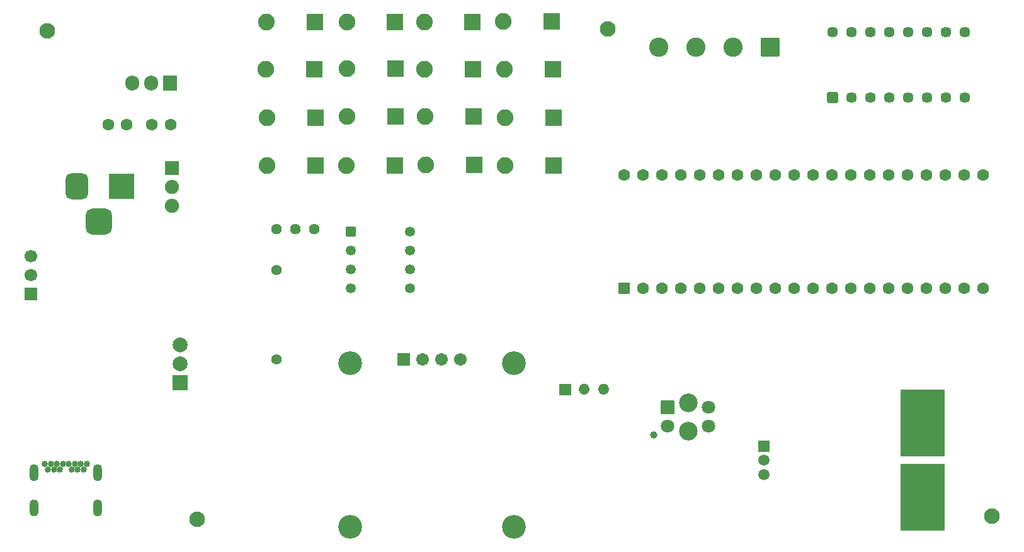
<source format=gbr>
%TF.GenerationSoftware,KiCad,Pcbnew,9.0.4*%
%TF.CreationDate,2026-01-15T21:37:35+03:30*%
%TF.ProjectId,Motor_Health_Monitoring_PCB,4d6f746f-725f-4486-9561-6c74685f4d6f,rev?*%
%TF.SameCoordinates,Original*%
%TF.FileFunction,Soldermask,Bot*%
%TF.FilePolarity,Negative*%
%FSLAX46Y46*%
G04 Gerber Fmt 4.6, Leading zero omitted, Abs format (unit mm)*
G04 Created by KiCad (PCBNEW 9.0.4) date 2026-01-15 21:37:35*
%MOMM*%
%LPD*%
G01*
G04 APERTURE LIST*
G04 Aperture macros list*
%AMRoundRect*
0 Rectangle with rounded corners*
0 $1 Rounding radius*
0 $2 $3 $4 $5 $6 $7 $8 $9 X,Y pos of 4 corners*
0 Add a 4 corners polygon primitive as box body*
4,1,4,$2,$3,$4,$5,$6,$7,$8,$9,$2,$3,0*
0 Add four circle primitives for the rounded corners*
1,1,$1+$1,$2,$3*
1,1,$1+$1,$4,$5*
1,1,$1+$1,$6,$7*
1,1,$1+$1,$8,$9*
0 Add four rect primitives between the rounded corners*
20,1,$1+$1,$2,$3,$4,$5,0*
20,1,$1+$1,$4,$5,$6,$7,0*
20,1,$1+$1,$6,$7,$8,$9,0*
20,1,$1+$1,$8,$9,$2,$3,0*%
G04 Aperture macros list end*
%ADD10C,0.750000*%
%ADD11C,0.010000*%
%ADD12R,2.250000X2.250000*%
%ADD13C,2.250000*%
%ADD14C,2.100000*%
%ADD15C,1.600000*%
%ADD16RoundRect,0.102000X-0.754000X-0.754000X0.754000X-0.754000X0.754000X0.754000X-0.754000X0.754000X0*%
%ADD17C,1.712000*%
%ADD18C,3.204000*%
%ADD19C,1.000000*%
%ADD20C,2.500000*%
%ADD21RoundRect,0.102000X-0.800000X-0.800000X0.800000X-0.800000X0.800000X0.800000X-0.800000X0.800000X0*%
%ADD22C,1.804000*%
%ADD23C,1.412000*%
%ADD24R,1.905000X2.000000*%
%ADD25O,1.905000X2.000000*%
%ADD26R,3.500000X3.500000*%
%ADD27RoundRect,0.750000X-0.750000X-1.000000X0.750000X-1.000000X0.750000X1.000000X-0.750000X1.000000X0*%
%ADD28RoundRect,0.875000X-0.875000X-0.875000X0.875000X-0.875000X0.875000X0.875000X-0.875000X0.875000X0*%
%ADD29RoundRect,0.102000X0.625000X-0.625000X0.625000X0.625000X-0.625000X0.625000X-0.625000X-0.625000X0*%
%ADD30C,1.454000*%
%ADD31C,1.440000*%
%ADD32R,1.700000X1.700000*%
%ADD33C,1.700000*%
%ADD34R,2.000000X2.000000*%
%ADD35C,2.000000*%
%ADD36C,0.854000*%
%ADD37O,1.254000X2.304000*%
%ADD38RoundRect,0.102000X-0.570000X-0.570000X0.570000X-0.570000X0.570000X0.570000X-0.570000X0.570000X0*%
%ADD39C,1.344000*%
%ADD40R,1.500000X1.500000*%
%ADD41C,1.500000*%
%ADD42C,0.500000*%
%ADD43R,6.000000X9.000000*%
%ADD44RoundRect,0.250000X1.050000X1.050000X-1.050000X1.050000X-1.050000X-1.050000X1.050000X-1.050000X0*%
%ADD45C,2.600000*%
%ADD46RoundRect,0.250000X0.550000X-0.550000X0.550000X0.550000X-0.550000X0.550000X-0.550000X-0.550000X0*%
%ADD47R,1.900000X1.900000*%
%ADD48C,1.900000*%
G04 APERTURE END LIST*
D10*
%TO.C,U9*%
X147735000Y-110650000D02*
G75*
G02*
X146985000Y-110650000I-375000J0D01*
G01*
X146985000Y-110650000D02*
G75*
G02*
X147735000Y-110650000I375000J0D01*
G01*
X150335000Y-110650000D02*
G75*
G02*
X149585000Y-110650000I-375000J0D01*
G01*
X149585000Y-110650000D02*
G75*
G02*
X150335000Y-110650000I375000J0D01*
G01*
D11*
X145510000Y-111400000D02*
X144010000Y-111400000D01*
X144010000Y-109900000D01*
X145510000Y-109900000D01*
X145510000Y-111400000D01*
G36*
X145510000Y-111400000D02*
G01*
X144010000Y-111400000D01*
X144010000Y-109900000D01*
X145510000Y-109900000D01*
X145510000Y-111400000D01*
G37*
%TD*%
D12*
%TO.C,SW3*%
X143127500Y-67629000D03*
D13*
X136627500Y-67629000D03*
%TD*%
D14*
%TO.C,REF\u002A\u002A*%
X95360000Y-128120000D03*
%TD*%
D15*
%TO.C,C8*%
X91733500Y-75063500D03*
X89233500Y-75063500D03*
%TD*%
D12*
%TO.C,SW15*%
X111071500Y-67629000D03*
D13*
X104571500Y-67629000D03*
%TD*%
D12*
%TO.C,SW9*%
X121866500Y-80583000D03*
D13*
X115366500Y-80583000D03*
%TD*%
D16*
%TO.C,U7*%
X123113500Y-106675000D03*
D17*
X125653500Y-106675000D03*
X128193500Y-106675000D03*
X130733500Y-106675000D03*
D18*
X115923500Y-107175000D03*
X137923500Y-107175000D03*
X137923500Y-129175000D03*
X115923500Y-129175000D03*
%TD*%
D15*
%TO.C,C10*%
X85851500Y-75063500D03*
X83351500Y-75063500D03*
%TD*%
D19*
%TO.C,U10*%
X156690500Y-116815000D03*
D20*
X161340500Y-112465000D03*
X161340500Y-116265000D03*
D21*
X158590500Y-113095000D03*
D22*
X158590500Y-115635000D03*
X164090500Y-115635000D03*
X164090500Y-113095000D03*
%TD*%
D23*
%TO.C,X1*%
X105956500Y-94655000D03*
X105956500Y-106655000D03*
%TD*%
D24*
%TO.C,U4*%
X91693500Y-69475500D03*
D25*
X89153500Y-69475500D03*
X86613500Y-69475500D03*
%TD*%
D14*
%TO.C,REF\u002A\u002A*%
X75184000Y-62484000D03*
%TD*%
D12*
%TO.C,SW12*%
X121941500Y-61279000D03*
D13*
X115441500Y-61279000D03*
%TD*%
D26*
%TO.C,J1*%
X85140500Y-83377000D03*
D27*
X79140500Y-83377000D03*
D28*
X82140500Y-88077000D03*
%TD*%
D12*
%TO.C,SW6*%
X132459500Y-73979000D03*
D13*
X125959500Y-73979000D03*
%TD*%
D29*
%TO.C,U5*%
X180771500Y-71435500D03*
D30*
X183311500Y-71435500D03*
X185851500Y-71435500D03*
X188391500Y-71435500D03*
X190931500Y-71435500D03*
X193471500Y-71435500D03*
X196011500Y-71435500D03*
X198551500Y-71435500D03*
X198551500Y-62635500D03*
X196011500Y-62635500D03*
X193471500Y-62635500D03*
X190931500Y-62635500D03*
X188391500Y-62635500D03*
X185851500Y-62635500D03*
X183311500Y-62635500D03*
X180771500Y-62635500D03*
%TD*%
D31*
%TO.C,RV1*%
X111036500Y-89135000D03*
X108496500Y-89135000D03*
X105956500Y-89135000D03*
%TD*%
D12*
%TO.C,SW7*%
X132407500Y-67629000D03*
D13*
X125907500Y-67629000D03*
%TD*%
D12*
%TO.C,SW10*%
X121993500Y-73979000D03*
D13*
X115493500Y-73979000D03*
%TD*%
D12*
%TO.C,SW8*%
X132355500Y-61279000D03*
D13*
X125855500Y-61279000D03*
%TD*%
D32*
%TO.C,J4*%
X72948500Y-97855000D03*
D33*
X72948500Y-95315000D03*
X72948500Y-92775000D03*
%TD*%
D34*
%TO.C,U2*%
X93014500Y-109793000D03*
D35*
X93014500Y-107253000D03*
X93014500Y-104713000D03*
%TD*%
D14*
%TO.C,REF\u002A\u002A*%
X202184000Y-127700000D03*
%TD*%
D12*
%TO.C,SW16*%
X111146500Y-61279000D03*
D13*
X104646500Y-61279000D03*
%TD*%
D36*
%TO.C,J2*%
X80470750Y-120734500D03*
X80070750Y-121444500D03*
X79270750Y-121444500D03*
X78870750Y-120734500D03*
X78470750Y-121444500D03*
X78070750Y-120734500D03*
X77270750Y-120734500D03*
X76870750Y-121444500D03*
X76470750Y-120734500D03*
X76070750Y-121444500D03*
X75270750Y-121444500D03*
X74870750Y-120734500D03*
X79670750Y-120734500D03*
X75670750Y-120734500D03*
D37*
X73400750Y-121884500D03*
X81940750Y-121884500D03*
X73400750Y-126614500D03*
X81940750Y-126614500D03*
%TD*%
D12*
%TO.C,SW13*%
X111198500Y-80521000D03*
D13*
X104698500Y-80521000D03*
%TD*%
D12*
%TO.C,SW2*%
X143202500Y-74106000D03*
D13*
X136702500Y-74106000D03*
%TD*%
D12*
%TO.C,SW5*%
X132534500Y-80456000D03*
D13*
X126034500Y-80456000D03*
%TD*%
D38*
%TO.C,U13*%
X115968500Y-89473000D03*
D39*
X115968500Y-92013000D03*
X115968500Y-94553000D03*
X115968500Y-97093000D03*
X123908500Y-97093000D03*
X123908500Y-94553000D03*
X123908500Y-92013000D03*
X123908500Y-89473000D03*
%TD*%
D40*
%TO.C,U8*%
X171486500Y-118297000D03*
D41*
X171486500Y-120207000D03*
X171486500Y-122117000D03*
D42*
X192886500Y-121457000D03*
X194886500Y-122607000D03*
X190886500Y-122607000D03*
X194886500Y-123907000D03*
X190886500Y-123907000D03*
X194886500Y-125207000D03*
D43*
X192886500Y-125207000D03*
D42*
X190886500Y-125207000D03*
X194886500Y-126507000D03*
X190886500Y-126507000D03*
X194886500Y-127807000D03*
X190886500Y-127807000D03*
X192886500Y-128957000D03*
X192886500Y-111457000D03*
X194886500Y-112607000D03*
X190886500Y-112607000D03*
X194886500Y-113907000D03*
X190886500Y-113907000D03*
X194886500Y-115207000D03*
D43*
X192886500Y-115207000D03*
D42*
X190886500Y-115207000D03*
X194886500Y-116507000D03*
X190886500Y-116507000D03*
X194886500Y-117807000D03*
X190886500Y-117807000D03*
X192886500Y-118957000D03*
%TD*%
D12*
%TO.C,SW4*%
X142948500Y-61152000D03*
D13*
X136448500Y-61152000D03*
%TD*%
D12*
%TO.C,SW14*%
X111198500Y-74106000D03*
D13*
X104698500Y-74106000D03*
%TD*%
D44*
%TO.C,J3*%
X172407500Y-64662500D03*
D45*
X167407500Y-64662500D03*
X162407500Y-64662500D03*
X157407500Y-64662500D03*
%TD*%
D12*
%TO.C,SW1*%
X143254500Y-80583000D03*
D13*
X136754500Y-80583000D03*
%TD*%
D12*
%TO.C,SW11*%
X121993500Y-67502000D03*
D13*
X115493500Y-67502000D03*
%TD*%
D46*
%TO.C,U6*%
X152697500Y-97040000D03*
D15*
X155237500Y-97040000D03*
X157777500Y-97040000D03*
X160317500Y-97040000D03*
X162857500Y-97040000D03*
X165397500Y-97040000D03*
X167937500Y-97040000D03*
X170477500Y-97040000D03*
X173017500Y-97040000D03*
X175557500Y-97040000D03*
X178097500Y-97040000D03*
X180637500Y-97040000D03*
X183177500Y-97040000D03*
X185717500Y-97040000D03*
X188257500Y-97040000D03*
X190797500Y-97040000D03*
X193337500Y-97040000D03*
X195877500Y-97040000D03*
X198417500Y-97040000D03*
X200957500Y-97040000D03*
X200957500Y-81800000D03*
X198417500Y-81800000D03*
X195877500Y-81800000D03*
X193337500Y-81800000D03*
X190797500Y-81800000D03*
X188257500Y-81800000D03*
X185717500Y-81800000D03*
X183177500Y-81800000D03*
X180637500Y-81800000D03*
X178097500Y-81800000D03*
X175557500Y-81800000D03*
X173017500Y-81800000D03*
X170477500Y-81800000D03*
X167937500Y-81800000D03*
X165397500Y-81800000D03*
X162857500Y-81800000D03*
X160317500Y-81800000D03*
X157777500Y-81800000D03*
X155237500Y-81800000D03*
X152697500Y-81800000D03*
%TD*%
D47*
%TO.C,S1*%
X91967500Y-80938500D03*
D48*
X91967500Y-83438500D03*
X91967500Y-85938500D03*
%TD*%
D14*
%TO.C,REF\u002A\u002A*%
X150557500Y-62160000D03*
%TD*%
M02*

</source>
